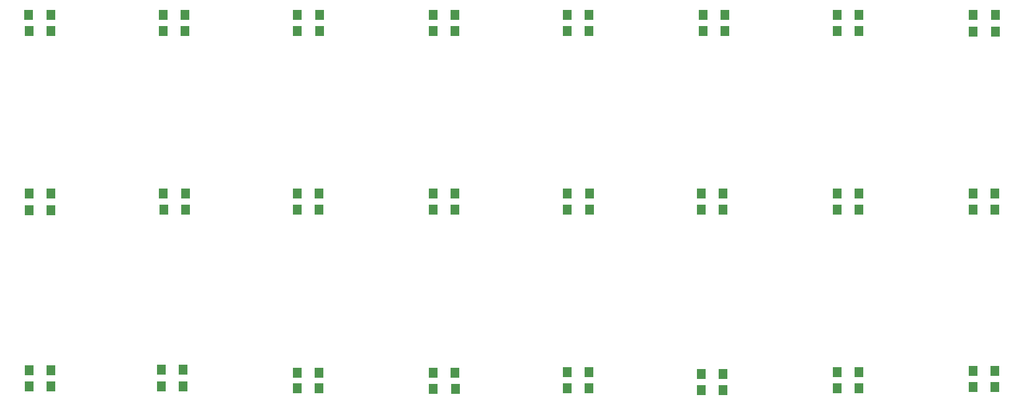
<source format=gbr>
G04 EAGLE Gerber RS-274X export*
G75*
%MOMM*%
%FSLAX34Y34*%
%LPD*%
%INSolderpaste Top*%
%IPPOS*%
%AMOC8*
5,1,8,0,0,1.08239X$1,22.5*%
G01*
%ADD10R,1.200000X1.400000*%


D10*
X179564Y170434D03*
X209564Y170434D03*
X179818Y148336D03*
X209818Y148336D03*
X362698Y170180D03*
X392698Y170180D03*
X362698Y148082D03*
X392698Y148082D03*
X546086Y170688D03*
X576086Y170688D03*
X546086Y148082D03*
X576086Y148082D03*
X731252Y170434D03*
X761252Y170434D03*
X731252Y148336D03*
X761252Y148336D03*
X913878Y170180D03*
X943878Y170180D03*
X913878Y148336D03*
X943878Y148336D03*
X1099298Y170434D03*
X1129298Y170434D03*
X1099298Y148336D03*
X1129298Y148336D03*
X1282432Y170180D03*
X1312432Y170180D03*
X1282432Y148082D03*
X1312432Y148082D03*
X1468106Y170180D03*
X1498106Y170180D03*
X1468106Y147828D03*
X1498106Y147828D03*
X179818Y-73660D03*
X209818Y-73660D03*
X179818Y-96012D03*
X209818Y-96012D03*
X363206Y-73406D03*
X393206Y-73406D03*
X363714Y-95758D03*
X393714Y-95758D03*
X545578Y-73406D03*
X575578Y-73406D03*
X545578Y-95504D03*
X575578Y-95504D03*
X730998Y-73152D03*
X760998Y-73152D03*
X730998Y-95250D03*
X760998Y-95250D03*
X914386Y-73660D03*
X944386Y-73660D03*
X914386Y-95504D03*
X944386Y-95504D03*
X1096758Y-73660D03*
X1126758Y-73660D03*
X1096758Y-95504D03*
X1126758Y-95504D03*
X1282178Y-73406D03*
X1312178Y-73406D03*
X1282178Y-95504D03*
X1312178Y-95504D03*
X1467852Y-73406D03*
X1497852Y-73406D03*
X1467852Y-95250D03*
X1497852Y-95250D03*
X179818Y-314706D03*
X209818Y-314706D03*
X179818Y-336804D03*
X209818Y-336804D03*
X360412Y-314198D03*
X390412Y-314198D03*
X360412Y-336550D03*
X390412Y-336550D03*
X545578Y-317754D03*
X575578Y-317754D03*
X545578Y-339598D03*
X575578Y-339598D03*
X731252Y-317754D03*
X761252Y-317754D03*
X731506Y-339852D03*
X761506Y-339852D03*
X914132Y-317500D03*
X944132Y-317500D03*
X914132Y-339344D03*
X944132Y-339344D03*
X1096758Y-320040D03*
X1126758Y-320040D03*
X1096758Y-341884D03*
X1126758Y-341884D03*
X1282178Y-317500D03*
X1312178Y-317500D03*
X1282178Y-339344D03*
X1312178Y-339344D03*
X1467598Y-315214D03*
X1497598Y-315214D03*
X1467598Y-337312D03*
X1497598Y-337312D03*
M02*

</source>
